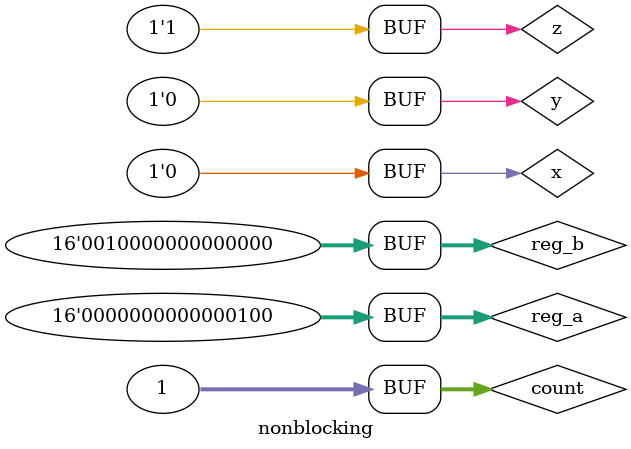
<source format=v>
module nonblocking();

    reg x,y,z;
    reg [15:0] reg_a, reg_b;
    integer count;

    initial begin
        $monitor($time," a= %b b= %b",reg_a,reg_b);
        x = 0; y=0; z=1;
        count = 0;
        reg_a = 16'b0;
        reg_b = reg_a; 

        reg_a[2] <= #15 1'b1;
        reg_b[15:13] <= #10 {x,y,z};
        
        count = count + 1;
    end

endmodule
</source>
